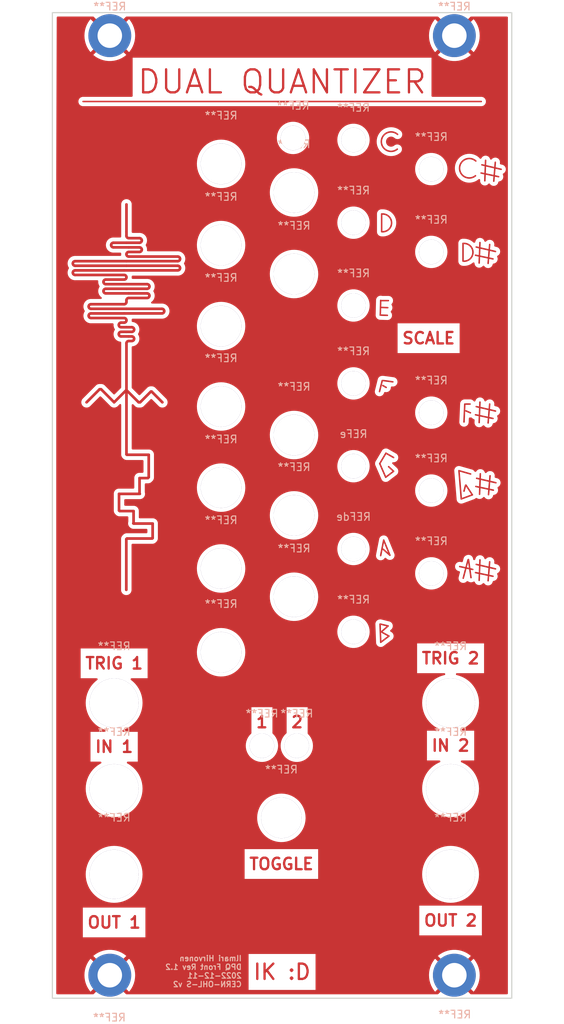
<source format=kicad_pcb>
(kicad_pcb (version 20211014) (generator pcbnew)
  (layers (0 "F.Cu" signal) (31 "B.Cu" signal) (34 "B.Paste" user) (35 "F.Paste" user) (36 "B.SilkS" user "B.Silkscreen") (37 "F.SilkS" user "F.Silkscreen") (38 "B.Mask" user) (39 "F.Mask" user) (44 "Edge.Cuts" user))
  (net 0 "")
  (net 1 "GND")
  (footprint "MountingHole:MountingHole_3.2mm_M3" (layer "F.Cu") (at 61.488 25.4)
    (fp_text reference "REF**" (at 0 -4.2) (layer "B.SilkS") (effects (justify mirror)))
    (fp_text value "MountingHole_3.2mm_M3")
    (pad "" thru_hole circle (at 0 0) (size 3.2 3.2) (drill 3.2) (layers *.Cu *.Mask))
  )
  (footprint "MountingHole:MountingHole_3.2mm_M3" (layer "F.Cu") (at 51.328 21.59)
    (fp_text reference "REF**" (at 0 -4.2) (layer "B.SilkS") (effects (justify mirror)))
    (fp_text value "MountingHole_3.2mm_M3")
    (pad "" thru_hole circle (at 0 0) (size 3.2 3.2) (drill 3.2) (layers *.Cu *.Mask))
  )
  (footprint "MountingHole:MountingHole_3.2mm_M3_DIN965_Pad" (layer "B.Cu") (at 64.5 130.5 180)
    (fp_text reference "REF**" (at -0.046 -5.114) (layer "B.SilkS") (effects (justify mirror)))
    (fp_text value "MountingHole_3.2mm_M3_DIN965_Pad")
    (pad "1" thru_hole circle (at 0 0 180) (size 5.6 5.6) (drill 3.2) (layers *.Cu *.Mask) (net 1 "GND"))
  )
  (footprint "MountingHole:MountingHole_6.4mm_M6" (layer "B.Cu") (at 20.066 117.348 180)
    (fp_text reference "REF**" (at 0 7.4) (layer "B.SilkS") (effects (justify mirror)))
    (fp_text value "MountingHole_6.4mm_M6")
    (pad "" thru_hole circle (at 0 0 180) (size 6.4 6.4) (drill 6.4) (layers *.Cu *.Mask))
  )
  (footprint "MountingHole:MountingHole_3.2mm_M3" (layer "B.Cu") (at 61.488 78.105 180)
    (fp_text reference "REF**" (at 0 4.2) (layer "B.SilkS") (effects (justify mirror)))
    (fp_text value "MountingHole_3.2mm_M3")
    (pad "" thru_hole circle (at 0 0 180) (size 3.2 3.2) (drill 3.2) (layers *.Cu *.Mask))
  )
  (footprint "MountingHole:MountingHole_5.3mm_M5" (layer "B.Cu") (at 43.561 39.08 180)
    (fp_text reference "REF**" (at 0 6.3) (layer "B.SilkS") (effects (justify mirror)))
    (fp_text value "MountingHole_5.3mm_M5")
    (pad "" thru_hole circle (at 0 0 180) (size 5.3 5.3) (drill 5.3) (layers *.Cu *.Mask))
  )
  (footprint "MountingHole:MountingHole_3.2mm_M3_DIN965_Pad" (layer "B.Cu") (at 64.5 8 180)
    (fp_text reference "REF**" (at 0 3.8) (layer "B.SilkS") (effects (justify mirror)))
    (fp_text value "MountingHole_3.2mm_M3_DIN965_Pad")
    (pad "1" thru_hole circle (at 0 0 180) (size 5.6 5.6) (drill 3.2) (layers *.Cu *.Mask) (net 1 "GND"))
  )
  (footprint "MountingHole:MountingHole_3.2mm_M3" (layer "B.Cu") (at 61.488 57.15 180)
    (fp_text reference "REF**" (at 0 4.2) (layer "B.SilkS") (effects (justify mirror)))
    (fp_text value "MountingHole_3.2mm_M3")
    (pad "" thru_hole circle (at 0 0 180) (size 3.2 3.2) (drill 3.2) (layers *.Cu *.Mask))
  )
  (footprint "MountingHole:MountingHole_5.3mm_M5" (layer "B.Cu") (at 43.561 28.448 180)
    (fp_text reference "REF**" (at 0 6.3) (layer "B.SilkS") (effects (justify mirror)))
    (fp_text value "MountingHole_5.3mm_M5")
    (pad "" thru_hole circle (at 0 0 180) (size 5.3 5.3) (drill 5.3) (layers *.Cu *.Mask))
  )
  (footprint "MountingHole:MountingHole_6.4mm_M6" (layer "B.Cu") (at 20.066 94.996 180)
    (fp_text reference "REF**" (at 0 7.4) (layer "B.SilkS") (effects (justify mirror)))
    (fp_text value "MountingHole_6.4mm_M6")
    (pad "" thru_hole circle (at 0 0 180) (size 6.4 6.4) (drill 6.4) (layers *.Cu *.Mask))
  )
  (footprint "MountingHole:MountingHole_5.3mm_M5" (layer "B.Cu") (at 34.036 56.351 180)
    (fp_text reference "REF**" (at 0 6.3) (layer "B.SilkS") (effects (justify mirror)))
    (fp_text value "MountingHole_5.3mm_M5")
    (pad "" thru_hole circle (at 0 0 180) (size 5.3 5.3) (drill 5.3) (layers *.Cu *.Mask))
  )
  (footprint "MountingHole:MountingHole_3.2mm_M3" (layer "B.Cu") (at 61.488 67.31 180)
    (fp_text reference "REF**" (at 0 4.2) (layer "B.SilkS") (effects (justify mirror)))
    (fp_text value "MountingHole_3.2mm_M3")
    (pad "" thru_hole circle (at 0 0 180) (size 3.2 3.2) (drill 3.2) (layers *.Cu *.Mask))
  )
  (footprint "MountingHole:MountingHole_5.3mm_M5" (layer "B.Cu") (at 34.036 35.306 180)
    (fp_text reference "REF**" (at 0 6.3) (layer "B.SilkS") (effects (justify mirror)))
    (fp_text value "MountingHole_5.3mm_M5")
    (pad "" thru_hole circle (at 0 0 180) (size 5.3 5.3) (drill 5.3) (layers *.Cu *.Mask))
  )
  (footprint "MountingHole:MountingHole_3.2mm_M3" (layer "B.Cu") (at 51.328 53.34 180)
    (fp_text reference "REF**" (at 0 4.2) (layer "B.SilkS") (effects (justify mirror)))
    (fp_text value "MountingHole_3.2mm_M3")
    (pad "" thru_hole circle (at 0 0 180) (size 3.2 3.2) (drill 3.2) (layers *.Cu *.Mask))
  )
  (footprint "MountingHole:MountingHole_3.2mm_M3" (layer "B.Cu") (at 51.328 32.385 180)
    (fp_text reference "REF**" (at 0 4.2) (layer "B.SilkS") (effects (justify mirror)))
    (fp_text value "MountingHole_3.2mm_M3")
    (pad "" thru_hole circle (at 0 0 180) (size 3.2 3.2) (drill 3.2) (layers *.Cu *.Mask))
  )
  (footprint "MountingHole:MountingHole_3.2mm_M3" (layer "B.Cu") (at 51.328 64.135 180)
    (fp_text reference "REFe" (at 0 4.2) (layer "B.SilkS") (effects (justify mirror)))
    (fp_text value "MountingHole_3.2mm_M3")
    (pad "" thru_hole circle (at 0 0 180) (size 3.2 3.2) (drill 3.2) (layers *.Cu *.Mask))
  )
  (footprint "MountingHole:MountingHole_5.3mm_M5" (layer "B.Cu") (at 43.561 60.071 180)
    (fp_text reference "REF**" (at 0 6.3) (layer "B.SilkS") (effects (justify mirror)))
    (fp_text value "MountingHole_5.3mm_M5")
    (pad "" thru_hole circle (at 0 0 180) (size 5.3 5.3) (drill 5.3) (layers *.Cu *.Mask))
  )
  (footprint "MountingHole:MountingHole_3.2mm_M3" (layer "B.Cu") (at 61.488 36.195 180)
    (fp_text reference "REF**" (at 0 4.2) (layer "B.SilkS") (effects (justify mirror)))
    (fp_text value "MountingHole_3.2mm_M3")
    (pad "" thru_hole circle (at 0 0 180) (size 3.2 3.2) (drill 3.2) (layers *.Cu *.Mask))
  )
  (footprint "MountingHole:MountingHole_3.2mm_M3" (layer "B.Cu") (at 43.434 21.336 180)
    (fp_text reference "REF**" (at 0 4.2) (layer "B.SilkS") (effects (justify mirror)))
    (fp_text value "MountingHole_3.2mm_M3")
    (pad "" thru_hole circle (at 0 0 180) (size 3.2 3.2) (drill 3.2) (layers *.Cu *.Mask))
  )
  (footprint "MountingHole:MountingHole_5.3mm_M5" (layer "B.Cu") (at 34.036 77.47 180)
    (fp_text reference "REF**" (at 0 6.3) (layer "B.SilkS") (effects (justify mirror)))
    (fp_text value "MountingHole_5.3mm_M5")
    (pad "" thru_hole circle (at 0 0 180) (size 5.3 5.3) (drill 5.3) (layers *.Cu *.Mask))
  )
  (footprint "MountingHole:MountingHole_6.4mm_M6" (layer "B.Cu") (at 64.008 117.348 180)
    (fp_text reference "REF**" (at 0 7.4) (layer "B.SilkS") (effects (justify mirror)))
    (fp_text value "MountingHole_6.4mm_M6")
    (pad "" thru_hole circle (at 0 0 180) (size 6.4 6.4) (drill 6.4) (layers *.Cu *.Mask))
  )
  (footprint "MountingHole:MountingHole_3.2mm_M3" (layer "B.Cu") (at 39.37 100.584 180)
    (fp_text reference "REF**" (at 0 4.2) (layer "B.SilkS") (effects (justify mirror)))
    (fp_text value "MountingHole_3.2mm_M3")
    (pad "" thru_hole circle (at 0 0 180) (size 3.2 3.2) (drill 3.2) (layers *.Cu *.Mask))
  )
  (footprint "MountingHole:MountingHole_3.2mm_M3" (layer "B.Cu") (at 51.328 85.725 180)
    (fp_text reference "REF**" (at 0 4.2) (layer "B.SilkS") (effects (justify mirror)))
    (fp_text value "MountingHole_3.2mm_M3")
    (pad "" thru_hole circle (at 0 0 180) (size 3.2 3.2) (drill 3.2) (layers *.Cu *.Mask))
  )
  (footprint "MountingHole:MountingHole_6.4mm_M6" (layer "B.Cu") (at 64.008 106.172 180)
    (fp_text reference "REF**" (at 0 7.4) (layer "B.SilkS") (effects (justify mirror)))
    (fp_text value "MountingHole_6.4mm_M6")
    (pad "" thru_hole circle (at 0 0 180) (size 6.4 6.4) (drill 6.4) (layers *.Cu *.Mask))
  )
  (footprint "MountingHole:MountingHole_3.2mm_M3" (layer "B.Cu") (at 43.922 100.584 180)
    (fp_text reference "REF**" (at 0 4.2) (layer "B.SilkS") (effects (justify mirror)))
    (fp_text value "MountingHole_3.2mm_M3")
    (pad "" thru_hole circle (at 0 0 180) (size 3.2 3.2) (drill 3.2) (layers *.Cu *.Mask))
  )
  (footprint "MountingHole:MountingHole_3.2mm_M3_DIN965_Pad" (layer "B.Cu") (at 19.5 8 180)
    (fp_text reference "REF**" (at 0 3.8) (layer "B.SilkS") (effects (justify mirror)))
    (fp_text value "MountingHole_3.2mm_M3_DIN965_Pad")
    (pad "1" thru_hole circle (at 0 0 180) (size 5.6 5.6) (drill 3.2) (layers *.Cu *.Mask) (net 1 "GND"))
  )
  (footprint "MountingHole:MountingHole_5.3mm_M5" (layer "B.Cu") (at 34.036 45.868 180)
    (fp_text reference "REF**" (at 0 6.3) (layer "B.SilkS") (effects (justify mirror)))
    (fp_text value "MountingHole_5.3mm_M5")
    (pad "" thru_hole circle (at 0 0 180) (size 5.3 5.3) (drill 5.3) (layers *.Cu *.Mask))
  )
  (footprint "MountingHole:MountingHole_3.2mm_M3" (layer "B.Cu") (at 51.328 74.93 180)
    (fp_text reference "REFde" (at 0 4.2) (layer "B.SilkS") (effects (justify mirror)))
    (fp_text value "MountingHole_3.2mm_M3")
    (pad "" thru_hole circle (at 0 0 180) (size 3.2 3.2) (drill 3.2) (layers *.Cu *.Mask))
  )
  (footprint "MountingHole:MountingHole_3.2mm_M3" (layer "B.Cu") (at 51.328 43.18 180)
    (fp_text reference "REF**" (at 0 4.2) (layer "B.SilkS") (effects (justify mirror)))
    (fp_text value "MountingHole_3.2mm_M3")
    (pad "" thru_hole circle (at 0 0 180) (size 3.2 3.2) (drill 3.2) (layers *.Cu *.Mask))
  )
  (footprint "MountingHole:MountingHole_3.2mm_M3_DIN965_Pad" (layer "B.Cu") (at 19.5 130.5 180)
    (fp_text reference "REF**" (at 0.054 -5.514) (layer "B.SilkS") (effects (justify mirror)))
    (fp_text value "MountingHole_3.2mm_M3_DIN965_Pad")
    (pad "1" thru_hole circle locked (at 0 0 180) (size 5.6 5.6) (drill 3.2) (layers *.Cu *.Mask) (net 1 "GND"))
  )
  (footprint "MountingHole:MountingHole_5.3mm_M5" (layer "B.Cu") (at 34.036 88.392 180)
    (fp_text reference "REF**" (at 0 6.3) (layer "B.SilkS") (effects (justify mirror)))
    (fp_text value "MountingHole_5.3mm_M5")
    (pad "" thru_hole circle (at 0 0 180) (size 5.3 5.3) (drill 5.3) (layers *.Cu *.Mask))
  )
  (footprint "MountingHole:MountingHole_5.3mm_M5" (layer "B.Cu") (at 34.036 66.929 180)
    (fp_text reference "REF**" (at 0 6.3) (layer "B.SilkS") (effects (justify mirror)))
    (fp_text value "MountingHole_5.3mm_M5")
    (pad "" thru_hole circle (at 0 0 180) (size 5.3 5.3) (drill 5.3) (layers *.Cu *.Mask))
  )
  (footprint "MountingHole:MountingHole_5.3mm_M5" (layer "B.Cu") (at 41.91 109.982 180)
    (fp_text reference "REF**" (at 0 6.3) (layer "B.SilkS") (effects (justify mirror)))
    (fp_text value "MountingHole_5.3mm_M5")
    (pad "" thru_hole circle (at 0 0 180) (size 5.3 5.3) (drill 5.3) (layers *.Cu *.Mask))
  )
  (footprint "MountingHole:MountingHole_5.3mm_M5" (layer "B.Cu") (at 43.561 81.153 180)
    (fp_text reference "REF**" (at 0 6.3) (layer "B.SilkS") (effects (justify mirror)))
    (fp_text value "MountingHole_5.3mm_M5")
    (pad "" thru_hole circle (at 0 0 180) (size 5.3 5.3) (drill 5.3) (layers *.Cu *.Mask))
  )
  (footprint "MountingHole:MountingHole_6.4mm_M6" (layer "B.Cu") (at 64.008 94.996 180)
    (fp_text reference "REF**" (at 0 7.4) (layer "B.SilkS") (effects (justify mirror)))
    (fp_text value "MountingHole_6.4mm_M6")
    (pad "" thru_hole circle (at 0 0 180) (size 6.4 6.4) (drill 6.4) (layers *.Cu *.Mask))
  )
  (footprint "MountingHole:MountingHole_6.4mm_M6" (layer "B.Cu") (at 20.066 106.172 180)
    (fp_text reference "REF**" (at 0 7.4) (layer "B.SilkS") (effects (justify mirror)))
    (fp_text value "MountingHole_6.4mm_M6")
    (pad "" thru_hole circle (at 0 0 180) (size 6.4 6.4) (drill 6.4) (layers *.Cu *.Mask))
  )
  (footprint "MountingHole:MountingHole_5.3mm_M5" (layer "B.Cu") (at 34.036 24.716 180)
    (fp_text reference "REF**" (at 0 6.3) (layer "B.SilkS") (effects (justify mirror)))
    (fp_text value "MountingHole_5.3mm_M5")
    (pad "" thru_hole circle (at 0 0 180) (size 5.3 5.3) (drill 5.3) (layers *.Cu *.Mask))
  )
  (footprint "MountingHole:MountingHole_5.3mm_M5" (layer "B.Cu") (at 43.561 70.547 180)
    (fp_text reference "REF**" (at 0 6.3) (layer "B.SilkS") (effects (justify mirror)))
    (fp_text value "MountingHole_5.3mm_M5")
    (pad "" thru_hole circle (at 0 0 180) (size 5.3 5.3) (drill 5.3) (layers *.Cu *.Mask))
  )
  (gr_line (start 69.1134 76.6064) (end 68.9102 79.0702) (layer "F.Cu") (width 0.2))
  (gr_line (start 54.83 44.435) (end 55.75 44.465) (layer "F.Cu") (width 0.2))
  (gr_arc (start 67.2592 26.2636) (mid 65.179437 25.259854) (end 67.299201 24.343601) (layer "F.Cu") (width 0.2))
  (gr_line (start 65.9892 56.0324) (end 66.548 56.0324) (layer "F.Cu") (width 0.2))
  (gr_line (start 67.3608 35.56) (end 69.8754 36.1442) (layer "F.Cu") (width 0.2))
  (gr_line (start 54.88 42.515) (end 54.83 44.435) (layer "F.Cu") (width 0.2))
  (gr_line (start 56.5658 64.7954) (end 55.9158 64.1954) (layer "F.Cu") (width 0.2))
  (gr_line (start 54.8732 75.7928) (end 55.2732 73.7728) (layer "F.Cu") (width 0.2))
  (gr_arc (start 57.045363 22.796943) (mid 54.9656 21.7932) (end 57.085364 20.876944) (layer "F.Cu") (width 0.2))
  (gr_line (start 55.00394 31.24808) (end 55.00394 33.55808) (layer "F.Cu") (width 0.2))
  (gr_line (start 67.9958 25.908) (end 70.2818 26.3906) (layer "F.Cu") (width 0.2))
  (gr_line (start 67.8942 65.1256) (end 67.7926 67.7926) (layer "F.Cu") (width 0.2))
  (gr_line (start 68.0974 24.8412) (end 70.612 25.4254) (layer "F.Cu") (width 0.2))
  (gr_line (start 65.1002 64.7192) (end 65.405 68.4022) (layer "F.Cu") (width 0.2))
  (gr_line (start 56.5658 63.0054) (end 55.5658 62.4354) (layer "F.Cu") (width 0.2))
  (gr_line (start 67.8434 76.3524) (end 67.7418 79.0194) (layer "F.Cu") (width 0.2))
  (gr_line (start 66.0146 56.9214) (end 66.5988 57.1754) (layer "F.Cu") (width 0.2))
  (gr_line (start 65.405 68.4022) (end 66.8528 67.8688) (layer "F.Cu") (width 0.2))
  (gr_arc (start 55.01394 31.25808) (mid 56.302655 32.38338) (end 55.067768 33.567491) (layer "F.Cu") (width 0.2))
  (gr_line (start 66.294 76.327) (end 65.659 78.74) (layer "F.Cu") (width 0.2))
  (gr_line (start 67.31 66.7766) (end 69.596 67.2592) (layer "F.Cu") (width 0.2))
  (gr_line (start 69.1134 56.0324) (end 68.9102 58.4962) (layer "F.Cu") (width 0.2))
  (gr_line (start 67.2592 36.6268) (end 69.5452 37.1094) (layer "F.Cu") (width 0.2))
  (gr_arc (start 65.640285 35.0951) (mid 66.929 36.220395) (end 65.694113 37.404511) (layer "F.Cu") (width 0.2))
  (gr_line (start 67.4116 65.7098) (end 69.9262 66.294) (layer "F.Cu") (width 0.2))
  (gr_line (start 66.6242 65.151) (end 65.1002 64.7192) (layer "F.Cu") (width 0.2))
  (gr_line (start 56.0832 75.7428) (end 55.2032 74.9628) (layer "F.Cu") (width 0.2))
  (gr_line (start 66.9036 77.597) (end 65.2018 77.216) (layer "F.Cu") (width 0.2))
  (gr_line (start 54.91 42.545) (end 55.88 42.545) (layer "F.Cu") (width 0.2))
  (gr_line (start 67.3608 56.3626) (end 69.8754 56.9468) (layer "F.Cu") (width 0.2))
  (gr_line (start 55.2732 73.7728) (end 56.0832 75.7428) (layer "F.Cu") (width 0.2))
  (gr_line (start 54.7558 63.7954) (end 55.5358 65.5754) (layer "F.Cu") (width 0.2))
  (gr_line (start 54.7962 84.7238) (end 54.8862 87.0938) (layer "F.Cu") (width 0.2))
  (gr_line (start 65.8622 56.0324) (end 65.7606 58.3692) (layer "F.Cu") (width 0.2))
  (gr_line (start 69.1134 35.2298) (end 68.9102 37.6936) (layer "F.Cu") (width 0.2))
  (gr_line (start 16.0116 16.5862) (end 68.0116 16.5862) (layer "F.Cu") (width 0.2))
  (gr_line (start 68.58 24.257) (end 68.4784 26.924) (layer "F.Cu") (width 0.2))
  (gr_line (start 54.947 85.7454) (end 55.847 84.9654) (layer "F.Cu") (width 0.2))
  (gr_line (start 65.7606 67.3862) (end 65.9638 66.6242) (layer "F.Cu") (width 0.2))
  (gr_line (start 67.8434 55.7784) (end 67.7418 58.4454) (layer "F.Cu") (width 0.2))
  (gr_line (start 55.5358 65.5754) (end 56.5658 64.7954) (layer "F.Cu") (width 0.2))
  (gr_line (start 55.9562 86.2838) (end 55.1062 85.8138) (layer "F.Cu") (width 0.2))
  (gr_line (start 67.2592 57.4294) (end 69.5452 57.912) (layer "F.Cu") (width 0.2))
  (gr_line (start 67.2592 78.0034) (end 69.5452 78.486) (layer "F.Cu") (width 0.2))
  (gr_line (start 67.8434 34.9758) (end 67.7418 37.6428) (layer "F.Cu") (width 0.2))
  (gr_line (start 55.1642 53.6168) (end 55.5942 53.8668) (layer "F.Cu") (width 0.2))
  (gr_line (start 69.85 24.511) (end 69.6468 26.9748) (layer "F.Cu") (width 0.2))
  (gr_line (start 69.1642 65.3796) (end 68.961 67.8434) (layer "F.Cu") (width 0.2))
  (gr_line (start 66.8528 67.8688) (end 66.0146 66.5988) (layer "F.Cu") (width 0.2))
  (gr_line (start 55.5658 62.4354) (end 54.7558 63.7954) (layer "F.Cu") (width 0.2))
  (gr_line (start 55.2142 52.9668) (end 56.4642 53.1368) (layer "F.Cu") (width 0.2))
  (gr_line (start 55.847 84.9654) (end 54.837 84.7154) (layer "F.Cu") (width 0.2))
  (gr_line (start 67.3608 76.9366) (end 69.8754 77.5208) (layer "F.Cu") (width 0.2))
  (gr_line (start 65.630285 35.0851) (end 65.630285 37.3951) (layer "F.Cu") (width 0.2))
  (gr_line (start 55.02 43.435) (end 55.8 43.465) (layer "F.Cu") (width 0.2))
  (gr_line (start 54.8862 87.0938) (end 55.9562 86.2838) (layer "F.Cu") (width 0.2))
  (gr_line (start 55.0842 52.9668) (end 54.7242 54.4068) (layer "F.Cu") (width 0.2))
  (gr_line (start 66.3448 76.3016) (end 66.675 78.6638) (layer "F.Cu") (width 0.2))
  (gr_rect (start 12 5) (end 72 133.5) (layer "Edge.Cuts") (width 0.15) (fill none))
  (gr_text "1" (at 39.37 97.5) (layer "F.Cu") (effects (font (size 1.5 1.5) (thickness 0.3))))
  (gr_text "DUAL QUANTIZER" (at 42 14.0208) (layer "F.Cu") (effects (font (size 3 3) (thickness 0.3))))
  (gr_text "TRIG 2" (at 64.008 89.1794) (layer "F.Cu") (effects (font (size 1.5 1.5) (thickness 0.3))))
  (gr_text "OUT 2\n" (at 64.008 123.3678) (layer "F.Cu") (effects (font (size 1.5 1.5) (thickness 0.3))))
  (gr_text "SCALE" (at 61.1378 47.4472) (layer "F.Cu") (effects (font (size 1.5 1.5) (thickness 0.3))))
  (gr_text "IK :D" (at 42 130.0734) (layer "F.Cu") (effects (font (size 2 2) (thickness 0.3))))
  (gr_text "2" (at 43.9674 97.5) (layer "F.Cu") (effects (font (size 1.5 1.5) (thickness 0.3))))
  (gr_text "TRIG 1" (at 20.066 89.8398) (layer "F.Cu") (effects (font (size 1.5 1.5) (thickness 0.3))))
  (gr_text "IN 2" (at 64.008 100.5586) (layer "F.Cu") (effects (font (size 1.5 1.5) (thickness 0.3))))
  (gr_text "OUT 1" (at 20.066 123.6218) (layer "F.Cu") (effects (font (size 1.5 1.5) (thickness 0.3))))
  (gr_text "IN 1\n" (at 20.066 100.711) (layer "F.Cu") (effects (font (size 1.5 1.5) (thickness 0.3))))
  (gr_text "TOGGLE" (at 41.91 116) (layer "F.Cu") (effects (font (size 1.5 1.5) (thickness 0.3))))
  (gr_text "Ilmari Hirvonen\nDPQ Front Rev 1.2\n2022-12-11 \nCERN-OHL-S v2" (at 36.8046 129.9972) (layer "B.SilkS") (effects (font (size 0.7 0.7)) (justify left mirror)))
  (segment (start 16.4662 55.8036) (end 18.1662 54.1036) (width 0.35) (layer "F.Cu") (net 0))
  (segment (start 18.9762 41.0022) (end 21.6762 41.0022) (width 0.35) (layer "F.Cu") (net 0))
  (segment (start 21.6562 80.2536) (end 21.6562 73.6436) (width 0.35) (layer "F.Cu") (net 0))
  (segment (start 23.2662 55.8036) (end 23.4662 55.8036) (width 0.35) (layer "F.Cu") (net 0))
  (segment (start 21.9762 47.2156) (end 20.9762 47.2156) (width 0.35) (layer "F.Cu") (net 0))
  (segment (start 25.0362 73.5636) (end 25.0962 73.5036) (width 0.35) (layer "F.Cu") (net 0))
  (segment (start 14.9762 38.6022) (end 21.3762 38.6022) (width 0.35) (layer "F.Cu") (net 0))
  (segment (start 21.9762 42.2022) (end 24.3762 42.2022) (width 0.35) (layer "F.Cu") (net 0))
  (segment (start 23.3762 35.6022) (end 21.9762 35.6022) (width 0.35) (layer "F.Cu") (net 0))
  (segment (start 21.6762 41.0022) (end 24.3762 41.0022) (width 0.35) (layer "F.Cu") (net 0))
  (segment (start 21.6762 62.5936) (end 21.6762 48.1156) (width 0.35) (layer "F.Cu") (net 0))
  (segment (start 24.4762 65.6836) (end 24.5862 65.5736) (width 0.35) (layer "F.Cu") (net 0))
  (segment (start 21.3762 44.8156) (end 17.04206 44.8156) (width 0.35) (layer "F.Cu") (net 0))
  (segment (start 23.3762 34.4022) (end 21.9762 34.4022) (width 0.35) (layer "F.Cu") (net 0))
  (segment (start 21.6762 46.6156) (end 22.3762 46.6156) (width 0.35) (layer "F.Cu") (net 0))
  (segment (start 21.7362 73.5636) (end 25.0362 73.5636) (width 0.35) (layer "F.Cu") (net 0))
  (segment (start 21.9762 41.6022) (end 18.9762 41.6022) (width 0.35) (layer "F.Cu") (net 0))
  (segment (start 21.6762 37.4022) (end 28.3762 37.4022) (width 0.35) (layer "F.Cu") (net 0))
  (segment (start 20.9762 45.4156) (end 21.3762 45.4156) (width 0.35) (layer "F.Cu") (net 0))
  (segment (start 20.7062 67.7436) (end 23.4162 67.7436) (width 0.35) (layer "F.Cu") (net 0))
  (segment (start 21.3762 44.2156) (end 26.31034 44.2156) (width 0.35) (layer "F.Cu") (net 0))
  (segment (start 21.6762 43.6156) (end 17.04206 43.6156) (width 0.35) (layer "F.Cu") (net 0))
  (segment (start 21.6762 46.0156) (end 20.9762 46.0156) (width 0.35) (layer "F.Cu") (net 0))
  (segment (start 23.4662 55.8036) (end 24.8662 54.4036) (width 0.35) (layer "F.Cu") (net 0))
  (segment (start 18.3662 54.1036) (end 20.0662 55.8036) (width 0.35) (layer "F.Cu") (net 0))
  (segment (start 24.9662 54.4036) (end 26.3662 55.8036) (width 0.35) (layer "F.Cu") (net 0))
  (segment (start 20.9762 46.6156) (end 21.6762 46.6156) (width 0.35) (layer "F.Cu") (net 0))
  (segment (start 21.9762 36.2022) (end 23.3762 36.2022) (width 0.35) (layer "F.Cu") (net 0))
  (segment (start 23.4162 67.7436) (end 23.3862 67.7136) (width 0.35) (layer "F.Cu") (net 0))
  (segment (start 21.6762 33.577107) (end 21.6762 30.0054) (width 0.35) (layer "F.Cu") (net 0))
  (segment (start 21.6762 38.0022) (end 14.9762 38.0022) (width 0.35) (layer "F.Cu") (net 0))
  (segment (start 21.3762 39.2022) (end 14.9762 39.2022) (width 0.35) (layer "F.Cu") (net 0))
  (segment (start 24.8662 54.4036) (end 24.9662 54.4036) (width 0.35) (layer "F.Cu") (net 0))
  (segment (start 21.6762 42.7156) (end 21.6762 42.5022) (width 0.35) (layer "F.Cu") (net 0))
  (segment (start 18.9762 39.8022) (end 21.3762 39.8022) (width 0.35) (layer "F.Cu") (net 0))
  (segment (start 19.9762 35.0022) (end 21.6762 35.0022) (width 0.35) (layer "F.Cu") (net 0))
  (segment (start 21.6562 73.6436) (end 21.7362 73.5636) (width 0.35) (layer "F.Cu") (net 0))
  (segment (start 26.31034 43.6156) (end 21.6762 43.6156) (width 0.35) (layer "F.Cu") (net 0))
  (segment (start 21.6762 34.1022) (end 21.6762 33.577107) (width 0.35) (layer "F.Cu") (net 0))
  (segment (start 25.0962 71.6136) (end 22.6062 71.6136) (width 0.35) (layer "F.Cu") (net 0))
  (segment (start 24.5862 65.5736) (end 24.5862 62.6436) (width 0.35) (layer "F.Cu") (net 0))
  (segment (start 22.3762 46.0156) (end 21.6762 46.0156) (width 0.35) (layer "F.Cu") (net 0))
  (segment (start 23.3862 67.7136) (end 23.3862 65.6836) (width 0.35) (layer "F.Cu") (net 0))
  (segment (start 21.9762 47.8156) (end 22.3762 47.8156) (width 0.35) (layer "F.Cu") (net 0))
  (segment (start 24.5862 62.6436) (end 21.7262 62.6436) (width 0.35) (layer "F.Cu") (net 0))
  (segment (start 14.9762 37.4022) (end 21.6762 37.4022) (width 0.35) (layer "F.Cu") (net 0))
  (segment (start 28.3762 36.8022) (end 21.9762 36.8022) (width 0.35) (layer "F.Cu") (net 0))
  (segment (start 20.0662 55.8036) (end 21.6662 54.2036) (width 0.35) (layer "F.Cu") (net 0))
  (segment (start 22.6062 69.9836) (end 20.7862 69.9836) (width 0.35) (layer "F.Cu") (net 0))
  (segment (start 21.9762 35.6022) (end 19.9762 35.6022) (width 0.35) (layer "F.Cu") (net 0))
  (segment (start 22.5762 71.5836) (end 22.6062 71.5536) (width 0.35) (layer "F.Cu") (net 0))
  (segment (start 17.04206 44.2156) (end 21.3762 44.2156) (width 0.35) (layer "F.Cu") (net 0))
  (segment (start 18.1662 54.1036) (end 18.3662 54.1036) (width 0.35) (layer "F.Cu") (net 0))
  (segment (start 21.7262 62.6436) (end 21.6762 62.5936) (width 0.35) (layer "F.Cu") (net 0))
  (segment (start 23.3862 65.6836) (end 24.4762 65.6836) (width 0.35) (layer "F.Cu") (net 0))
  (segment (start 20.7862 69.9836) (end 20.7062 69.9036) (width 0.35) (layer "F.Cu") (net 0))
  (segment (start 20.7062 69.9036) (end 20.7062 67.7436) (width 0.35) (layer "F.Cu") (net 0))
  (segment (start 22.6062 71.5536) (end 22.6062 69.9836) (width 0.35) (layer "F.Cu") (net 0))
  (segment (start 24.3762 40.4022) (end 21.6762 40.4022) (width 0.35) (layer "F.Cu") (net 0))
  (segment (start 28.3762 38.0022) (end 21.6762 38.0022) (width 0.35) (layer "F.Cu") (net 0))
  (segment (start 22.6062 71.6136) (end 22.5762 71.5836) (width 0.35) (layer "F.Cu") (net 0))
  (segment (start 21.3762 38.6022) (end 28.3762 38.6022) (width 0.35) (layer "F.Cu") (net 0))
  (segment (start 21.6662 54.2036) (end 23.2662 55.8036) (width 0.35) (layer "F.Cu") (net 0))
  (segment (start 21.6762 35.0022) (end 23.3762 35.0022) (width 0.35) (layer "F.Cu") (net 0))
  (segment (start 17.04206 43.0156) (end 21.3762 43.0156) (width 0.35) (layer "F.Cu") (net 0))
  (segment (start 21.6762 40.4022) (end 18.9762 40.4022) (width 0.35) (layer "F.Cu") (net 0))
  (segment (start 22.3762 47.2156) (end 21.9762 47.2156) (width 0.35) (layer "F.Cu") (net 0))
  (segment (start 25.0962 73.5036) (end 25.0962 71.6136) (width 0.35) (layer "F.Cu") (net 0))
  (segment (start 24.3762 41.6022) (end 21.9762 41.6022) (width 0.35) (layer "F.Cu") (net 0))
  (arc (start 20.6762 46.9156) (mid 20.764068 46.703468) (end 20.9762 46.6156) (width 0.35) (layer "F.Cu") (net 0))
  (arc (start 18.6762 40.1022) (mid 18.764068 39.890068) (end 18.9762 39.8022) (width 0.35) (layer "F.Cu") (net 0))
  (arc (start 23.6762 35.9022) (mid 23.588332 35.690068) (end 23.3762 35.6022) (width 0.35) (layer "F.Cu") (net 0))
  (arc (start 26.31034 44.2156) (mid 26.522472 44.127732) (end 26.61034 43.9156) (width 0.35) (layer "F.Cu") (net 0))
  (arc (start 24.3762 41.0022) (mid 24.588332 40.914332) (end 24.6762 40.7022) (width 0.35) (layer "F.Cu") (net 0))
  (arc (start 21.6762 48.1156) (mid 21.764068 47.903468) (end 21.9762 47.8156) (width 0.35) (layer "F.Cu") (net 0))
  (arc (start 21.3762 43.0156) (mid 21.588332 42.927732) (end 21.6762 42.7156) (width 0.35) (layer "F.Cu") (net 0))
  (arc (start 21.6762 42.5022) (mid 21.764068 42.290068) (end 21.9762 42.2022) (width 0.35) (layer "F.Cu") (net 0))
  (arc (start 23.3762 36.2022) (mid 23.588332 36.114332) (end 23.6762 35.9022) (width 0.35) (layer "F.Cu") (net 0))
  (arc (start 18.9762 40.4022) (mid 18.764068 40.314332) (end 18.6762 40.1022) (width 0.35) (layer "F.Cu") (net 0))
  (arc (start 22.6762 47.5156) (mid 22.588332 47.303468) (end 22.3762 47.2156) (width 0.35) (layer "F.Cu") (net 0))
  (arc (start 28.6762 38.3022) (mid 28.588332 38.090068) (end 28.3762 38.0022) (width 0.35) (layer "F.Cu") (net 0))
  (arc (start 18.9762 41.6022) (mid 18.764068 41.514332) (end 18.6762 41.3022) (width 0.35) (layer "F.Cu") (net 0))
  (arc (start 22.3762 46.6156) (mid 22.588332 46.527732) (end 22.6762 46.3156) (width 0.35) (layer "F.Cu") (net 0))
  (arc (start 20.6762 45.7156) (mid 20.764068 45.503468) (end 20.9762 45.4156) (width 0.35) (layer "F.Cu") (net 0))
  (arc (start 19.6762 35.3022) (mid 19.764068 35.090068) (end 19.9762 35.0022) (width 0.35) (layer "F.Cu") (net 0))
  (arc (start 22.3762 47.8156) (mid 22.588332 47.727732) (end 22.6762 47.5156) (width 0.35) (layer "F.Cu") (net 0))
  (arc (start 16.74206 44.5156) (mid 16.829928 44.303468) (end 17.04206 44.2156) (width 0.35) (layer "F.Cu") (net 0))
  (arc (start 21.3762 39.8022) (mid 21.588332 39.714332) (end 21.6762 39.5022) (width 0.35) (layer "F.Cu") (net 0))
  (arc (start 24.6762 41.9022) (mid 24.588332 41.690068) (end 24.3762 41.6022) (width 0.35) (layer "F.Cu") (net 0))
  (arc (start 17.04206 44.8156) (mid 16.829928 44.727732) (end 16.74206 44.5156) (width 0.35) (layer "F.Cu") (net 0))
  (arc (start 28.6762 37.1022) (mid 28.588332 36.890068) (end 28.3762 36.8022) (width 0.35) (layer "F.Cu") (net 0))
  (arc (start 21.6762 36.5022) (mid 21.764068 36.290068) (end 21.9762 36.2022) (width 0.35) (layer "F.Cu") (net 0))
  (arc (start 28.3762 38.6022) (mid 28.588332 38.514332) (end 28.6762 38.3022) (width 0.35) (layer "F.Cu") (net 0))
  (arc (start 21.3762 45.4156) (mid 21.588332 45.327732) (end 21.6762 45.1156) (width 0.35) (layer "F.Cu") (net 0))
  (arc (start 24.3762 42.2022) (mid 24.588332 42.114332) (end 24.6762 41.9022) (width 0.35) (layer "F.Cu") (net 0))
  (arc (start 21.6762 45.1156) (mid 21.588332 44.903468) (end 21.3762 44.8156) (width 0.35) (layer "F.Cu") (net 0))
  (arc (start 21.9762 36.8022) (mid 21.764068 36.714332) (end 21.6762 36.5022) (width 0.35) (layer "F.Cu") (net 0))
  (arc (start 20.9762 47.2156) (mid 20.764068 47.127732) (end 20.6762 46.9156) (width 0.35) (layer "F.Cu") (net 0))
  (arc (start 21.6762 39.5022) (mid 21.588332 39.290068) (end 21.3762 39.2022) (width 0.35) (layer "F.Cu") (net 0))
  (arc (start 24.6762 40.7022) (mid 24.588332 40.490068) (end 24.3762 40.4022) (width 0.35) (layer "F.Cu") (net 0))
  (arc (start 14.9762 39.2022) (mid 14.764068 39.114332) (end 14.6762 38.9022) (width 0.35) (layer "F.Cu") (net 0))
  (arc (start 21.9762 34.4022) (mid 21.764068 34.314332) (end 21.6762 34.1022) (width 0.35) (layer "F.Cu") (net 0))
  (arc (start 16.74206 43.3156) (mid 16.829928 43.103468) (end 17.04206 43.0156) (width 0.35) (layer "F.Cu") (net 0))
  (arc (start 23.6762 34.7022) (mid 23.588332 34.490068) (end 23.3762 34.4022) (width 0.35) (layer "F.Cu") (net 0))
  (arc (start 26.61034 43.9156) (mid 26.522472 43.703468) (end 26.31034 43.6156) (width 0.35) (layer "F.Cu") (net 0))
  (arc (start 18.6762 41.3022) (mid 18.764068 41.090068) (end 18.9762 41.0022) (width 0.35) (layer "F.Cu") (net 0))
  (arc (start 20.9762 46.0156) (mid 20.764068 45.927732) (end 20.6762 45.7156) (width 0.35) (layer "F.Cu") (net 0))
  (arc (start 17.04206 43.6156) (mid 16.829928 43.527732) (end 16.74206 43.3156) (width 0.35) (layer "F.Cu") (net 0))
  (arc (start 14.9762 38.0022) (mid 14.764068 37.914332) (end 14.6762 37.7022) (width 0.35) (layer "F.Cu") (net 0))
  (arc (start 19.9762 35.6022) (mid 19.764068 35.514332) (end 19.6762 35.3022) (width 0.35) (layer "F.Cu") (net 0))
  (arc (start 22.6762 46.3156) (mid 22.588332 46.103468) (end 22.3762 46.0156) (width 0.35) (layer "F.Cu") (net 0))
  (arc (start 14.6762 38.9022) (mid 14.764068 38.690068) (end 14.9762 38.6022) (width 0.35) (layer "F.Cu") (net 0))
  (arc (start 14.6762 37.7022) (mid 14.764068 37.490068) (end 14.9762 37.4022) (width 0.35) (layer "F.Cu") (net 0))
  (arc (start 28.3762 37.4022) (mid 28.588332 37.314332) (end 28.6762 37.1022) (width 0.35) (layer "F.Cu") (net 0))
  (arc (start 23.3762 35.0022) (mid 23.588332 34.914332) (end 23.6762 34.7022) (width 0.35) (layer "F.Cu") (net 0))
  (zone (net 1) (net_name "GND") (layer "F.Cu") (connect_pads (clearance 0.508)) (min_thickness 0.254) (fill yes (thermal_gap 0.508) (thermal_bridge_width 0.508))
    (polygon (pts (xy 74.041 135.255) (xy 12.192 135.255) (xy 12.573 3.937) (xy 74.041 3.81)))
  )
)
</source>
